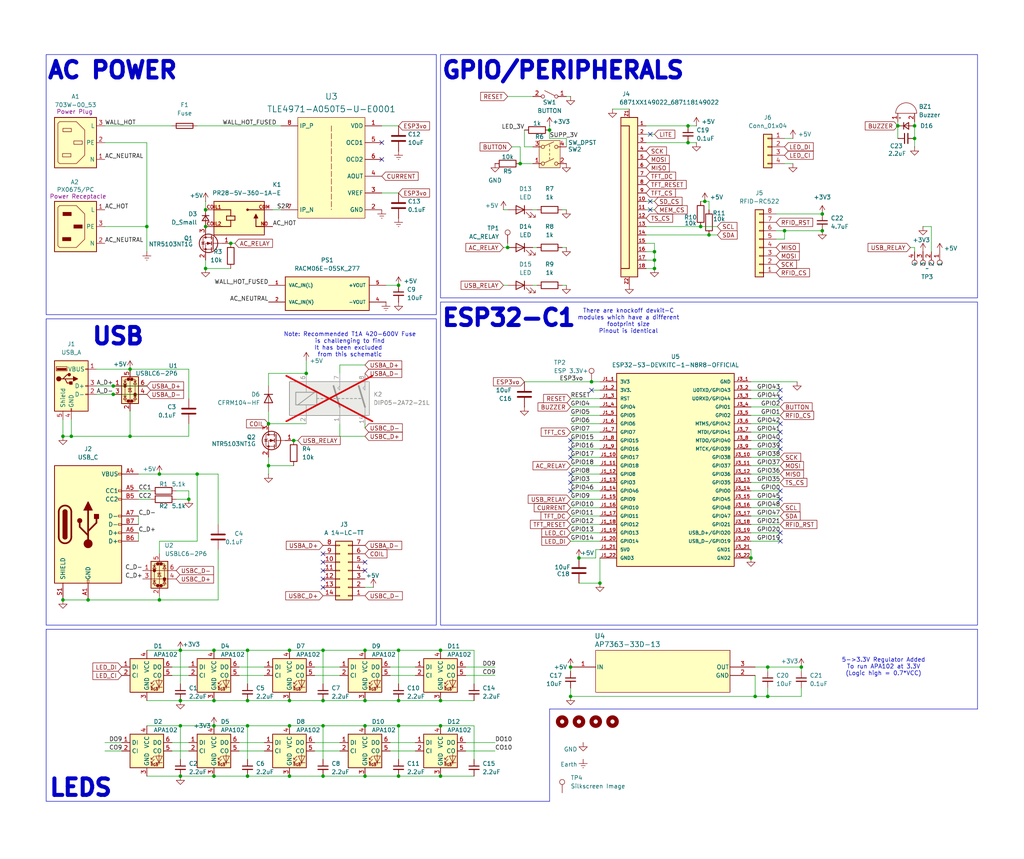
<source format=kicad_sch>
(kicad_sch (version 20250114) (generator "eeschema") (generator_version "9.0")
  (paper "User" 310 260)
  (title_block (title "PortalBox Project") (date "2025-10-25") (rev "V5.06") (company "Bucknell University | Electrical and Computer Engineering ") (comment 1 "Aiden Cherniske & Elisha Foster"))
  (rectangle (start 13.97 16.51) (end 132.08 95.25))
  (rectangle (start 13.97 96.52) (end 132.08 189.23))
  (rectangle (start 133.35 91.44) (end 295.91 189.23))
  (rectangle (start 133.35 16.51) (end 295.91 90.17))
  (text "5->3.3V Regulator Added\nTo run APA102 at 3.3V\n(Logic high = 0.7*VCC)" (at 267.462 201.93 0) (effects (font (size 1.27 1.27))))
  (text "AC POWER\n" (at 13.97 24.384 0) (effects (font (size 5 5) (thickness 1.2192) (bold yes)) (justify left bottom)))
  (text "ESP32-C1" (at 133.35 99.314 0) (effects (font (size 5 5) (thickness 1.2192) (bold yes)) (justify left bottom)))
  (text "GPIO/PERIPHERALS" (at 133.35 24.384 0) (effects (font (size 5 5) (thickness 1.2192) (bold yes)) (justify left bottom)))
  (text "LEDS\n" (at 14.478 241.554 0) (effects (font (size 5 5) (thickness 1.2192) (bold yes)) (justify left bottom)))
  (text "Note: Recommended T1A 420-600V Fuse\nis challenging to find\nIt has been excluded \nfrom this schematic" (at 105.918 104.394 0) (effects (font (size 1.27 1.27))))
  (text "USB\n" (at 27.432 104.902 0) (effects (font (size 5 5) (thickness 1.2192) (bold yes)) (justify left bottom)))
  (text "There are knockoff devkit-C\nmodules which have a different\nfootprint size\nPinout is identical" (at 190.246 97.282 0) (effects (font (size 1.27 1.27))))
  (junction (at 19.05 132.08))
  (junction (at 227.33 168.91))
  (junction (at 62.23 81.28))
  (junction (at 87.63 196.85))
  (junction (at 208.28 38.1))
  (junction (at 198.12 78.74))
  (junction (at 232.41 210.82))
  (junction (at 81.28 128.27))
  (junction (at 64.77 196.85))
  (junction (at 208.28 43.18))
  (junction (at 198.12 76.2))
  (junction (at 179.07 115.57))
  (junction (at 110.49 196.85))
  (junction (at 212.09 68.58))
  (junction (at 34.29 119.38))
  (junction (at 172.72 210.82))
  (junction (at 54.61 196.85))
  (junction (at 57.15 151.13))
  (junction (at 228.6 210.82))
  (junction (at 64.77 219.71))
  (junction (at 120.65 212.09))
  (junction (at 87.63 212.09))
  (junction (at 87.63 219.71))
  (junction (at 276.86 41.91))
  (junction (at 214.63 71.12))
  (junction (at 21.59 132.08))
  (junction (at 19.05 181.61))
  (junction (at 120.65 219.71))
  (junction (at 133.35 234.95))
  (junction (at 26.67 181.61))
  (junction (at 120.65 86.36))
  (junction (at 74.93 196.85))
  (junction (at 74.93 219.71))
  (junction (at 44.45 68.58))
  (junction (at 110.49 234.95))
  (junction (at 59.69 143.51))
  (junction (at 48.26 181.61))
  (junction (at 62.23 63.5))
  (junction (at 54.61 234.95))
  (junction (at 213.36 60.96))
  (junction (at 133.35 212.09))
  (junction (at 120.65 234.95))
  (junction (at 81.28 140.97))
  (junction (at 157.48 49.53))
  (junction (at 62.23 68.58))
  (junction (at 248.92 64.77))
  (junction (at 39.37 111.76))
  (junction (at 242.57 201.93))
  (junction (at 276.86 38.1))
  (junction (at 110.49 212.09))
  (junction (at 54.61 219.71))
  (junction (at 120.65 196.85))
  (junction (at 74.93 234.95))
  (junction (at 48.26 143.51))
  (junction (at 198.12 81.28))
  (junction (at 133.35 196.85))
  (junction (at 74.93 212.09))
  (junction (at 166.37 39.37))
  (junction (at 92.71 113.03))
  (junction (at 181.61 176.53))
  (junction (at 39.37 132.08))
  (junction (at 64.77 212.09))
  (junction (at 271.78 38.1))
  (junction (at 97.79 212.09))
  (junction (at 69.85 73.66))
  (junction (at 97.79 234.95))
  (junction (at 172.72 201.93))
  (junction (at 97.79 196.85))
  (junction (at 87.63 234.95))
  (junction (at 237.49 69.85))
  (junction (at 248.92 69.85))
  (junction (at 54.61 212.09))
  (junction (at 153.67 74.93))
  (junction (at 88.9 133.35))
  (junction (at 133.35 219.71))
  (junction (at 97.79 219.71))
  (junction (at 232.41 201.93))
  (junction (at 175.26 168.91))
  (junction (at 64.77 234.95))
  (junction (at 34.29 116.84))
  (junction (at 110.49 219.71))
  (no_connect (at 172.7628 143.51))
  (no_connect (at 97.79 172.72))
  (no_connect (at 179.07 118.11))
  (no_connect (at 172.72 135.89))
  (no_connect (at 110.49 172.72))
  (no_connect (at 196.85 63.5))
  (no_connect (at 236.22 163.83))
  (no_connect (at 115.57 43.18))
  (no_connect (at 97.79 177.8))
  (no_connect (at 196.85 40.64))
  (no_connect (at 110.49 170.18))
  (no_connect (at 97.79 175.26))
  (no_connect (at 172.72 133.35))
  (no_connect (at 115.57 48.26))
  (no_connect (at 97.79 167.64))
  (no_connect (at 236.22 161.29))
  (no_connect (at 172.72 138.43))
  (no_connect (at 172.72 146.05))
  (no_connect (at 236.22 135.89))
  (no_connect (at 172.72 148.59))
  (no_connect (at 236.22 120.65))
  (no_connect (at 97.79 170.18))
  (no_connect (at 236.22 128.27))
  (no_connect (at 236.22 133.35))
  (no_connect (at 236.22 148.59))
  (no_connect (at 236.22 130.81))
  (no_connect (at 236.22 118.11))
  (no_connect (at 196.85 60.96))
  (no_connect (at 236.22 151.13))
  (wire (pts (xy 87.63 212.09) (xy 97.79 212.09)))
  (wire (pts (xy 157.48 49.53) (xy 161.29 49.53)))
  (wire (pts (xy 54.61 219.71) (xy 64.77 219.71)))
  (wire (pts (xy 34.29 119.38) (xy 29.21 119.38)))
  (wire (pts (xy 152.4 74.93) (xy 153.67 74.93)))
  (wire (pts (xy 172.72 153.67) (xy 181.61 153.67)))
  (wire (pts (xy 19.05 132.08) (xy 19.05 127)))
  (wire (pts (xy 237.49 69.85) (xy 248.92 69.85)))
  (wire (pts (xy 120.65 86.36) (xy 116.84 86.36)))
  (wire (pts (xy 39.37 132.08) (xy 57.15 132.08)))
  (wire (pts (xy 195.58 38.1) (xy 208.28 38.1)))
  (wire (pts (xy 34.29 116.84) (xy 29.21 116.84)))
  (wire (pts (xy 29.21 111.76) (xy 39.37 111.76)))
  (wire (pts (xy 97.79 196.85) (xy 97.79 207.01)))
  (polyline (pts (xy 166.37 242.57) (xy 166.37 214.63)))
  (wire (pts (xy 172.72 151.13) (xy 181.61 151.13)))
  (wire (pts (xy 172.72 133.35) (xy 181.61 133.35)))
  (wire (pts (xy 113.03 177.8) (xy 110.49 177.8)))
  (wire (pts (xy 172.72 29.21) (xy 171.45 29.21)))
  (wire (pts (xy 64.77 219.71) (xy 74.93 219.71)))
  (wire (pts (xy 195.58 43.18) (xy 208.28 43.18)))
  (wire (pts (xy 140.97 204.47) (xy 149.86 204.47)))
  (wire (pts (xy 143.51 196.85) (xy 143.51 207.01)))
  (wire (pts (xy 214.63 63.5) (xy 214.63 60.96)))
  (wire (pts (xy 171.45 63.5) (xy 170.18 63.5)))
  (wire (pts (xy 172.72 128.27) (xy 181.61 128.27)))
  (wire (pts (xy 271.78 36.83) (xy 271.78 38.1)))
  (wire (pts (xy 158.75 44.45) (xy 161.29 44.45)))
  (wire (pts (xy 81.28 140.97) (xy 81.28 143.51)))
  (wire (pts (xy 161.29 29.21) (xy 153.67 29.21)))
  (wire (pts (xy 154.94 44.45) (xy 157.48 44.45)))
  (wire (pts (xy 172.72 210.82) (xy 228.6 210.82)))
  (wire (pts (xy 210.82 38.1) (xy 208.28 38.1)))
  (wire (pts (xy 172.72 158.75) (xy 181.61 158.75)))
  (wire (pts (xy 198.12 76.2) (xy 198.12 73.66)))
  (wire (pts (xy 118.11 201.93) (xy 125.73 201.93)))
  (wire (pts (xy 52.07 204.47) (xy 57.15 204.47)))
  (wire (pts (xy 57.15 111.76) (xy 57.15 120.65)))
  (wire (pts (xy 120.65 196.85) (xy 133.35 196.85)))
  (wire (pts (xy 81.28 140.97) (xy 88.9 140.97)))
  (wire (pts (xy 92.71 109.22) (xy 92.71 113.03)))
  (wire (pts (xy 57.15 227.33) (xy 52.07 227.33)))
  (wire (pts (xy 281.94 68.58) (xy 281.94 76.2)))
  (wire (pts (xy 236.22 118.11) (xy 227.33 118.11)))
  (wire (pts (xy 198.12 63.5) (xy 195.58 63.5)))
  (wire (pts (xy 232.41 210.82) (xy 228.6 210.82)))
  (wire (pts (xy 171.45 74.93) (xy 170.18 74.93)))
  (wire (pts (xy 195.58 81.28) (xy 198.12 81.28)))
  (wire (pts (xy 53.34 148.59) (xy 57.15 148.59)))
  (wire (pts (xy 82.55 63.5) (xy 85.09 63.5)))
  (wire (pts (xy 81.28 124.46) (xy 81.28 128.27)))
  (wire (pts (xy 71.12 73.66) (xy 69.85 73.66)))
  (wire (pts (xy 31.75 224.79) (xy 36.83 224.79)))
  (wire (pts (xy 74.93 219.71) (xy 74.93 229.87)))
  (wire (pts (xy 72.39 227.33) (xy 80.01 227.33)))
  (wire (pts (xy 227.33 115.57) (xy 241.3 115.57)))
  (wire (pts (xy 95.25 201.93) (xy 102.87 201.93)))
  (wire (pts (xy 87.63 234.95) (xy 97.79 234.95)))
  (wire (pts (xy 172.72 163.83) (xy 181.61 163.83)))
  (wire (pts (xy 172.72 146.05) (xy 181.61 146.05)))
  (wire (pts (xy 180.34 168.91) (xy 180.34 166.37)))
  (wire (pts (xy 120.65 234.95) (xy 133.35 234.95)))
  (wire (pts (xy 236.22 123.19) (xy 227.33 123.19)))
  (wire (pts (xy 120.65 58.42) (xy 115.57 58.42)))
  (wire (pts (xy 21.59 132.08) (xy 19.05 132.08)))
  (wire (pts (xy 143.51 219.71) (xy 143.51 229.87)))
  (wire (pts (xy 110.49 196.85) (xy 120.65 196.85)))
  (wire (pts (xy 185.42 33.02) (xy 190.5 33.02)))
  (wire (pts (xy 110.49 132.08) (xy 102.87 132.08)))
  (wire (pts (xy 214.63 60.96) (xy 213.36 60.96)))
  (wire (pts (xy 48.26 181.61) (xy 48.26 180.34)))
  (wire (pts (xy 66.04 143.51) (xy 66.04 158.75)))
  (wire (pts (xy 237.49 72.39) (xy 237.49 69.85)))
  (wire (pts (xy 175.26 168.91) (xy 180.34 168.91)))
  (wire (pts (xy 74.93 196.85) (xy 87.63 196.85)))
  (wire (pts (xy 180.34 166.37) (xy 181.61 166.37)))
  (wire (pts (xy 95.25 224.79) (xy 102.87 224.79)))
  (wire (pts (xy 236.22 148.59) (xy 227.33 148.59)))
  (wire (pts (xy 110.49 110.49) (xy 102.87 110.49)))
  (wire (pts (xy 227.33 166.37) (xy 227.33 168.91)))
  (wire (pts (xy 120.65 196.85) (xy 120.65 207.01)))
  (wire (pts (xy 181.61 148.59) (xy 172.72 148.59)))
  (wire (pts (xy 41.91 143.51) (xy 48.26 143.51)))
  (wire (pts (xy 212.09 68.58) (xy 217.17 68.58)))
  (wire (pts (xy 172.72 203.2) (xy 172.72 201.93)))
  (wire (pts (xy 74.93 196.85) (xy 74.93 207.01)))
  (wire (pts (xy 39.37 111.76) (xy 57.15 111.76)))
  (wire (pts (xy 34.29 119.38) (xy 44.45 119.38)))
  (wire (pts (xy 234.95 64.77) (xy 248.92 64.77)))
  (wire (pts (xy 158.75 115.57) (xy 179.07 115.57)))
  (wire (pts (xy 227.33 120.65) (xy 236.22 120.65)))
  (wire (pts (xy 133.35 196.85) (xy 143.51 196.85)))
  (wire (pts (xy 240.03 41.91) (xy 237.49 41.91)))
  (wire (pts (xy 172.72 120.65) (xy 181.61 120.65)))
  (wire (pts (xy 39.37 124.46) (xy 39.37 132.08)))
  (wire (pts (xy 198.12 73.66) (xy 195.58 73.66)))
  (wire (pts (xy 153.67 73.66) (xy 153.67 74.93)))
  (wire (pts (xy 54.61 196.85) (xy 54.61 207.01)))
  (wire (pts (xy 271.78 38.1) (xy 271.78 41.91)))
  (wire (pts (xy 242.57 201.93) (xy 242.57 203.2)))
  (wire (pts (xy 118.11 204.47) (xy 125.73 204.47)))
  (wire (pts (xy 232.41 201.93) (xy 232.41 203.2)))
  (wire (pts (xy 133.35 212.09) (xy 143.51 212.09)))
  (wire (pts (xy 120.65 219.71) (xy 120.65 229.87)))
  (wire (pts (xy 41.91 161.29) (xy 41.91 163.83)))
  (wire (pts (xy 198.12 81.28) (xy 198.12 78.74)))
  (wire (pts (xy 242.57 210.82) (xy 242.57 208.28)))
  (wire (pts (xy 234.95 72.39) (xy 237.49 72.39)))
  (wire (pts (xy 279.4 68.58) (xy 281.94 68.58)))
  (wire (pts (xy 236.22 140.97) (xy 227.33 140.97)))
  (wire (pts (xy 81.28 113.03) (xy 92.71 113.03)))
  (wire (pts (xy 54.61 212.09) (xy 64.77 212.09)))
  (wire (pts (xy 236.22 146.05) (xy 227.33 146.05)))
  (wire (pts (xy 57.15 148.59) (xy 57.15 151.13)))
  (wire (pts (xy 214.63 71.12) (xy 217.17 71.12)))
  (wire (pts (xy 171.45 86.36) (xy 170.18 86.36)))
  (wire (pts (xy 236.22 161.29) (xy 227.33 161.29)))
  (wire (pts (xy 62.23 81.28) (xy 69.85 81.28)))
  (wire (pts (xy 102.87 132.08) (xy 102.87 128.27)))
  (wire (pts (xy 276.86 74.93) (xy 276.86 76.2)))
  (wire (pts (xy 52.07 201.93) (xy 57.15 201.93)))
  (wire (pts (xy 275.59 74.93) (xy 276.86 74.93)))
  (wire (pts (xy 240.03 49.53) (xy 237.49 49.53)))
  (wire (pts (xy 152.4 86.36) (xy 153.67 86.36)))
  (wire (pts (xy 120.65 38.1) (xy 115.57 38.1)))
  (wire (pts (xy 276.86 38.1) (xy 276.86 41.91)))
  (wire (pts (xy 95.25 204.47) (xy 102.87 204.47)))
  (wire (pts (xy 62.23 81.28) (xy 62.23 78.74)))
  (wire (pts (xy 158.75 39.37) (xy 158.75 44.45)))
  (wire (pts (xy 72.39 224.79) (xy 80.01 224.79)))
  (wire (pts (xy 57.15 128.27) (xy 57.15 132.08)))
  (wire (pts (xy 45.72 148.59) (xy 41.91 148.59)))
  (wire (pts (xy 140.97 224.79) (xy 149.86 224.79)))
  (wire (pts (xy 171.45 44.45) (xy 171.45 41.91)))
  (wire (pts (xy 53.34 151.13) (xy 57.15 151.13)))
  (wire (pts (xy 74.93 219.71) (xy 87.63 219.71)))
  (wire (pts (xy 45.72 151.13) (xy 41.91 151.13)))
  (wire (pts (xy 162.56 63.5) (xy 161.29 63.5)))
  (wire (pts (xy 118.11 224.79) (xy 125.73 224.79)))
  (wire (pts (xy 228.6 204.47) (xy 228.6 210.82)))
  (wire (pts (xy 52.07 38.1) (xy 31.75 38.1)))
  (wire (pts (xy 72.39 204.47) (xy 80.01 204.47)))
  (wire (pts (xy 110.49 212.09) (xy 120.65 212.09)))
  (wire (pts (xy 236.22 151.13) (xy 227.33 151.13)))
  (wire (pts (xy 166.37 39.37) (xy 166.37 41.91)))
  (wire (pts (xy 110.49 219.71) (xy 120.65 219.71)))
  (wire (pts (xy 120.65 212.09) (xy 133.35 212.09)))
  (wire (pts (xy 87.63 219.71) (xy 97.79 219.71)))
  (wire (pts (xy 140.97 227.33) (xy 149.86 227.33)))
  (wire (pts (xy 242.57 201.93) (xy 232.41 201.93)))
  (wire (pts (xy 172.72 161.29) (xy 181.61 161.29)))
  (wire (pts (xy 74.93 212.09) (xy 87.63 212.09)))
  (wire (pts (xy 232.41 210.82) (xy 242.57 210.82)))
  (wire (pts (xy 19.05 181.61) (xy 26.67 181.61)))
  (polyline (pts (xy 166.37 214.63) (xy 295.91 214.63)))
  (polyline (pts (xy 295.91 214.63) (xy 295.91 190.5)))
  (wire (pts (xy 44.45 196.85) (xy 54.61 196.85)))
  (wire (pts (xy 172.72 135.89) (xy 181.61 135.89)))
  (wire (pts (xy 212.09 68.58) (xy 195.58 68.58)))
  (wire (pts (xy 31.75 227.33) (xy 36.83 227.33)))
  (polyline (pts (xy 13.97 190.5) (xy 295.91 190.5)))
  (wire (pts (xy 172.72 138.43) (xy 181.61 138.43)))
  (wire (pts (xy 236.22 128.27) (xy 227.33 128.27)))
  (wire (pts (xy 172.72 143.51) (xy 181.61 143.51)))
  (wire (pts (xy 110.49 129.54) (xy 110.49 128.27)))
  (wire (pts (xy 236.22 133.35) (xy 227.33 133.35)))
  (wire (pts (xy 198.12 40.64) (xy 195.58 40.64)))
  (wire (pts (xy 236.22 163.83) (xy 227.33 163.83)))
  (wire (pts (xy 64.77 196.85) (xy 74.93 196.85)))
  (wire (pts (xy 97.79 219.71) (xy 97.79 229.87)))
  (wire (pts (xy 236.22 153.67) (xy 227.33 153.67)))
  (wire (pts (xy 213.36 60.96) (xy 212.09 60.96)))
  (wire (pts (xy 181.61 168.91) (xy 181.61 176.53)))
  (wire (pts (xy 232.41 201.93) (xy 228.6 201.93)))
  (wire (pts (xy 74.93 234.95) (xy 87.63 234.95)))
  (wire (pts (xy 59.69 163.83) (xy 59.69 143.51)))
  (wire (pts (xy 208.28 43.18) (xy 210.82 43.18)))
  (wire (pts (xy 81.28 128.27) (xy 92.71 128.27)))
  (wire (pts (xy 171.45 41.91) (xy 166.37 41.91)))
  (wire (pts (xy 162.56 74.93) (xy 161.29 74.93)))
  (wire (pts (xy 87.63 196.85) (xy 97.79 196.85)))
  (wire (pts (xy 236.22 135.89) (xy 227.33 135.89)))
  (wire (pts (xy 64.77 234.95) (xy 74.93 234.95)))
  (wire (pts (xy 44.45 212.09) (xy 54.61 212.09)))
  (wire (pts (xy 64.77 212.09) (xy 74.93 212.09)))
  (wire (pts (xy 97.79 212.09) (xy 110.49 212.09)))
  (wire (pts (xy 44.45 43.18) (xy 44.45 68.58)))
  (wire (pts (xy 236.22 143.51) (xy 227.33 143.51)))
  (wire (pts (xy 172.72 125.73) (xy 181.61 125.73)))
  (wire (pts (xy 81.28 116.84) (xy 81.28 113.03)))
  (wire (pts (xy 172.72 208.28) (xy 172.72 210.82)))
  (wire (pts (xy 236.22 158.75) (xy 227.33 158.75)))
  (wire (pts (xy 236.22 156.21) (xy 227.33 156.21)))
  (wire (pts (xy 181.61 115.57) (xy 179.07 115.57)))
  (wire (pts (xy 198.12 78.74) (xy 198.12 76.2)))
  (wire (pts (xy 31.75 68.58) (xy 44.45 68.58)))
  (wire (pts (xy 166.37 38.1) (xy 166.37 39.37)))
  (wire (pts (xy 172.72 123.19) (xy 181.61 123.19)))
  (wire (pts (xy 54.61 196.85) (xy 64.77 196.85)))
  (wire (pts (xy 90.17 133.35) (xy 88.9 133.35)))
  (wire (pts (xy 172.72 140.97) (xy 181.61 140.97)))
  (wire (pts (xy 232.41 208.28) (xy 232.41 210.82)))
  (wire (pts (xy 59.69 38.1) (xy 85.09 38.1)))
  (wire (pts (xy 48.26 163.83) (xy 48.26 167.64)))
  (wire (pts (xy 110.49 234.95) (xy 120.65 234.95)))
  (wire (pts (xy 72.39 201.93) (xy 80.01 201.93)))
  (wire (pts (xy 21.59 132.08) (xy 39.37 132.08)))
  (wire (pts (xy 234.95 69.85) (xy 237.49 69.85)))
  (wire (pts (xy 62.23 60.96) (xy 62.23 63.5)))
  (wire (pts (xy 95.25 227.33) (xy 102.87 227.33)))
  (wire (pts (xy 59.69 143.51) (xy 66.04 143.51)))
  (polyline (pts (xy 13.97 190.5) (xy 13.97 242.57)))
  (wire (pts (xy 54.61 219.71) (xy 54.61 229.87)))
  (wire (pts (xy 236.22 138.43) (xy 227.33 138.43)))
  (wire (pts (xy 66.04 166.37) (xy 66.04 181.61)))
  (wire (pts (xy 34.29 116.84) (xy 44.45 116.84)))
  (polyline (pts (xy 13.97 242.57) (xy 166.37 242.57)))
  (wire (pts (xy 81.28 138.43) (xy 81.28 140.97)))
  (wire (pts (xy 48.26 181.61) (xy 66.04 181.61)))
  (wire (pts (xy 236.22 125.73) (xy 227.33 125.73)))
  (wire (pts (xy 195.58 71.12) (xy 214.63 71.12)))
  (wire (pts (xy 97.79 196.85) (xy 110.49 196.85)))
  (wire (pts (xy 118.11 227.33) (xy 125.73 227.33)))
  (wire (pts (xy 195.58 76.2) (xy 198.12 76.2)))
  (wire (pts (xy 181.61 118.11) (xy 179.07 118.11)))
  (wire (pts (xy 44.45 234.95) (xy 54.61 234.95)))
  (wire (pts (xy 162.56 86.36) (xy 161.29 86.36)))
  (wire (pts (xy 152.4 63.5) (xy 153.67 63.5)))
  (wire (pts (xy 57.15 224.79) (xy 52.07 224.79)))
  (wire (pts (xy 102.87 110.49) (xy 102.87 113.03)))
  (wire (pts (xy 26.67 181.61) (xy 48.26 181.61)))
  (wire (pts (xy 140.97 201.93) (xy 149.86 201.93)))
  (wire (pts (xy 195.58 60.96) (xy 198.12 60.96)))
  (wire (pts (xy 276.86 41.91) (xy 276.86 44.45)))
  (wire (pts (xy 41.91 156.21) (xy 41.91 158.75)))
  (wire (pts (xy 44.45 43.18) (xy 31.75 43.18)))
  (wire (pts (xy 48.26 143.51) (xy 59.69 143.51)))
  (wire (pts (xy 157.48 44.45) (xy 157.48 49.53)))
  (wire (pts (xy 195.58 78.74) (xy 198.12 78.74)))
  (wire (pts (xy 133.35 234.95) (xy 143.51 234.95)))
  (wire (pts (xy 236.22 130.81) (xy 227.33 130.81)))
  (wire (pts (xy 120.65 219.71) (xy 133.35 219.71)))
  (wire (pts (xy 133.35 219.71) (xy 143.51 219.71)))
  (wire (pts (xy 97.79 234.95) (xy 110.49 234.95)))
  (wire (pts (xy 172.72 156.21) (xy 181.61 156.21)))
  (wire (pts (xy 54.61 234.95) (xy 64.77 234.95)))
  (wire (pts (xy 175.26 176.53) (xy 181.61 176.53)))
  (wire (pts (xy 44.45 219.71) (xy 54.61 219.71)))
  (wire (pts (xy 276.86 36.83) (xy 276.86 38.1)))
  (wire (pts (xy 48.26 163.83) (xy 59.69 163.83)))
  (wire (pts (xy 21.59 127) (xy 21.59 132.08)))
  (wire (pts (xy 44.45 68.58) (xy 44.45 76.2)))
  (wire (pts (xy 172.72 130.81) (xy 181.61 130.81)))
  (wire (pts (xy 97.79 219.71) (xy 110.49 219.71)))
  (label "CO9" (at 33.02 227.33 0))
  (label "C_D-" (at 43.18 172.72 180))
  (label "GPIO6" (at 172.72 128.27 0))
  (label "GPIO2" (at 236.22 123.19 180))
  (label "GPIO48" (at 236.22 153.67 180))
  (label "A_D+" (at 29.21 116.84 0))
  (label "WALL_HOT_FUSED" (at 81.28 86.36 180))
  (label "GPIO18" (at 172.72 140.97 0))
  (label "AC_NEUTRAL" (at 31.75 73.66 0))
  (label "GPIO19" (at 236.22 163.83 180))
  (label "GPIO9" (at 172.72 151.13 0))
  (label "GPIO46" (at 172.72 148.59 0))
  (label "GPIO1" (at 236.22 125.73 180))
  (label "GPIO39" (at 236.22 135.89 180))
  (label "GPIO5" (at 172.72 125.73 0))
  (label "AC_HOT" (at 31.75 63.5 0))
  (label "GPIO4" (at 172.72 123.19 0))
  (label "GPIO43" (at 236.22 118.11 180))
  (label "C_D-" (at 41.91 156.21 0))
  (label "LED_3V" (at 158.75 39.37 180))
  (label "GPIO44" (at 236.22 120.65 180))
  (label "RESET" (at 172.72 120.65 0))
  (label "GPIO38" (at 236.22 138.43 180))
  (label "A_D-" (at 29.21 119.38 0))
  (label "GPIO37" (at 236.22 140.97 180))
  (label "WALL_HOT_FUSED" (at 67.31 38.1 0))
  (label "GPIO15" (at 172.72 133.35 0))
  (label "CC2" (at 41.91 151.13 0))
  (label "GPIO7" (at 172.72 130.81 0))
  (label "DO9" (at 33.02 224.79 0))
  (label "GPIO12" (at 172.72 158.75 0))
  (label "C_D+" (at 41.91 161.29 0))
  (label "GPIO14" (at 172.72 163.83 0))
  (label "GPIO45" (at 236.22 151.13 180))
  (label "GPIO47" (at 236.22 156.21 180))
  (label "GPIO11" (at 172.72 156.21 0))
  (label "GPIO20" (at 236.22 161.29 180))
  (label "AC_NEUTRAL" (at 81.28 91.44 180))
  (label "GPIO21" (at 236.22 158.75 180))
  (label "S2R" (at 83.82 63.5 0))
  (label "GPIO41" (at 236.22 130.81 180))
  (label "GPIO36" (at 236.22 143.51 180))
  (label "GPIO0" (at 236.22 148.59 180))
  (label "GPIO35" (at 236.22 146.05 180))
  (label "GPIO10" (at 172.72 153.67 0))
  (label "CO10" (at 149.86 227.33 0))
  (label "GPIO8" (at 172.72 143.51 0))
  (label "SUPP_3V" (at 166.37 41.91 0))
  (label "CO9" (at 146.05 204.47 0))
  (label "GPIO40" (at 236.22 133.35 180))
  (label "DO10" (at 149.86 224.79 0))
  (label "AC_HOT" (at 82.55 68.58 0))
  (label "ESP3vo" (at 176.53 115.57 180))
  (label "DO9" (at 146.05 201.93 0))
  (label "GPIO3" (at 172.72 146.05 0))
  (label "WALL_HOT" (at 31.75 38.1 0))
  (label "GPIO16" (at 172.72 135.89 0))
  (label "AC_NEUTRAL" (at 31.75 48.26 0))
  (label "GPIO17" (at 172.72 138.43 0))
  (label "C_D+" (at 43.18 175.26 180))
  (label "CC1" (at 41.91 148.59 0))
  (label "GPIO13" (at 172.72 161.29 0))
  (label "GPIO42" (at 236.22 128.27 180))
  (global_label "ESP3vo" (shape input) (at 120.65 38.1 0) (property "Intersheetrefs" "${INTERSHEET_REFS}" (effects (hide yes))))
  (global_label "RFID_RST" (shape input) (at 236.22 158.75 0) (property "Intersheetrefs" "${INTERSHEET_REFS}" (effects (hide yes))))
  (global_label "MOSI" (shape input) (at 236.22 140.97 0) (property "Intersheetrefs" "${INTERSHEET_REFS}" (effects (hide yes))))
  (global_label "MEM_CS" (shape input) (at 198.12 63.5 0) (property "Intersheetrefs" "${INTERSHEET_REFS}" (effects (hide yes))))
  (global_label "USBC_D+" (shape input) (at 110.49 132.08 0) (property "Intersheetrefs" "${INTERSHEET_REFS}" (effects (hide yes))))
  (global_label "USB_RELAY" (shape input) (at 90.17 133.35 0) (property "Intersheetrefs" "${INTERSHEET_REFS}" (effects (hide yes))))
  (global_label "TFT_DC" (shape input) (at 195.58 53.34 0) (property "Intersheetrefs" "${INTERSHEET_REFS}" (effects (hide yes))))
  (global_label "USBA_D+" (shape input) (at 97.79 165.1 180) (property "Intersheetrefs" "${INTERSHEET_REFS}" (effects (hide yes))))
  (global_label "USBA_D+" (shape input) (at 44.45 116.84 0) (property "Intersheetrefs" "${INTERSHEET_REFS}" (effects (hide yes))))
  (global_label "RFID_CS" (shape input) (at 234.95 82.55 0) (property "Intersheetrefs" "${INTERSHEET_REFS}" (effects (hide yes))))
  (global_label "AC_RELAY" (shape input) (at 152.4 74.93 180) (property "Intersheetrefs" "${INTERSHEET_REFS}" (effects (hide yes))))
  (global_label "LED_DI" (shape input) (at 36.83 201.93 180) (property "Intersheetrefs" "${INTERSHEET_REFS}" (effects (hide yes))))
  (global_label "BUTTON" (shape input) (at 236.22 123.19 0) (property "Intersheetrefs" "${INTERSHEET_REFS}" (effects (hide yes))))
  (global_label "AC_RELAY" (shape input) (at 71.12 73.66 0) (property "Intersheetrefs" "${INTERSHEET_REFS}" (effects (hide yes))))
  (global_label "CURRENT" (shape input) (at 115.57 53.34 0) (property "Intersheetrefs" "${INTERSHEET_REFS}" (effects (hide yes))))
  (global_label "SCL" (shape input) (at 236.22 153.67 0) (property "Intersheetrefs" "${INTERSHEET_REFS}" (effects (hide yes))))
  (global_label "USBA_D-" (shape input) (at 110.49 113.03 0) (property "Intersheetrefs" "${INTERSHEET_REFS}" (effects (hide yes))))
  (global_label "USBC_D-" (shape input) (at 110.49 180.34 0) (property "Intersheetrefs" "${INTERSHEET_REFS}" (effects (hide yes))))
  (global_label "COIL" (shape input) (at 110.49 167.64 0) (property "Intersheetrefs" "${INTERSHEET_REFS}" (effects (hide yes))))
  (global_label "LED_CI" (shape input) (at 237.49 46.99 0) (property "Intersheetrefs" "${INTERSHEET_REFS}" (effects (hide yes))))
  (global_label "LITE" (shape input) (at 198.12 40.64 0) (property "Intersheetrefs" "${INTERSHEET_REFS}" (effects (hide yes))))
  (global_label "LED_DI" (shape input) (at 172.72 163.83 180) (property "Intersheetrefs" "${INTERSHEET_REFS}" (effects (hide yes))))
  (global_label "TFT_RESET" (shape input) (at 195.58 55.88 0) (property "Intersheetrefs" "${INTERSHEET_REFS}" (effects (hide yes))))
  (global_label "LED_CI" (shape input) (at 172.72 161.29 180) (property "Intersheetrefs" "${INTERSHEET_REFS}" (effects (hide yes))))
  (global_label "MISO" (shape input) (at 195.58 50.8 0) (property "Intersheetrefs" "${INTERSHEET_REFS}" (effects (hide yes))))
  (global_label "USB_RELAY" (shape input) (at 172.72 151.13 180) (property "Intersheetrefs" "${INTERSHEET_REFS}" (effects (hide yes))))
  (global_label "MISO" (shape input) (at 234.95 74.93 0) (property "Intersheetrefs" "${INTERSHEET_REFS}" (effects (hide yes))))
  (global_label "USBC_D-" (shape input) (at 110.49 129.54 0) (property "Intersheetrefs" "${INTERSHEET_REFS}" (effects (hide yes))))
  (global_label "USB_RELAY" (shape input) (at 152.4 86.36 180) (property "Intersheetrefs" "${INTERSHEET_REFS}" (effects (hide yes))))
  (global_label "LED_DI" (shape input) (at 237.49 44.45 0) (property "Intersheetrefs" "${INTERSHEET_REFS}" (effects (hide yes))))
  (global_label "SDA" (shape input) (at 217.17 71.12 0) (property "Intersheetrefs" "${INTERSHEET_REFS}" (effects (hide yes))))
  (global_label "USBC_D+" (shape input) (at 53.34 175.26 0) (property "Intersheetrefs" "${INTERSHEET_REFS}" (effects (hide yes))))
  (global_label "RESET" (shape input) (at 153.67 29.21 180) (property "Intersheetrefs" "${INTERSHEET_REFS}" (effects (hide yes))))
  (global_label "USBC_D+" (shape input) (at 97.79 180.34 180) (property "Intersheetrefs" "${INTERSHEET_REFS}" (effects (hide yes))))
  (global_label "SCL" (shape input) (at 217.17 68.58 0) (property "Intersheetrefs" "${INTERSHEET_REFS}" (effects (hide yes))))
  (global_label "RESET" (shape input) (at 172.72 120.65 180) (property "Intersheetrefs" "${INTERSHEET_REFS}" (effects (hide yes))))
  (global_label "MOSI" (shape input) (at 234.95 77.47 0) (property "Intersheetrefs" "${INTERSHEET_REFS}" (effects (hide yes))))
  (global_label "TFT_RESET" (shape input) (at 172.72 158.75 180) (property "Intersheetrefs" "${INTERSHEET_REFS}" (effects (hide yes))))
  (global_label "SDA" (shape input) (at 236.22 156.21 0) (property "Intersheetrefs" "${INTERSHEET_REFS}" (effects (hide yes))))
  (global_label "ESP3vo" (shape input) (at 158.75 115.57 180) (property "Intersheetrefs" "${INTERSHEET_REFS}" (effects (hide yes))))
  (global_label "RFID_RST" (shape input) (at 234.95 67.31 0) (property "Intersheetrefs" "${INTERSHEET_REFS}" (effects (hide yes))))
  (global_label "USBA_D+" (shape input) (at 110.49 110.49 0) (property "Intersheetrefs" "${INTERSHEET_REFS}" (effects (hide yes))))
  (global_label "SCK" (shape input) (at 236.22 138.43 0) (property "Intersheetrefs" "${INTERSHEET_REFS}" (effects (hide yes))))
  (global_label "BUZZER" (shape input) (at 172.72 123.19 180) (property "Intersheetrefs" "${INTERSHEET_REFS}" (effects (hide yes))))
  (global_label "USB_RELAY" (shape input) (at 275.59 74.93 180) (property "Intersheetrefs" "${INTERSHEET_REFS}" (effects (hide yes))))
  (global_label "LED_CI" (shape input) (at 36.83 204.47 180) (property "Intersheetrefs" "${INTERSHEET_REFS}" (effects (hide yes))))
  (global_label "SCK" (shape input) (at 234.95 80.01 0) (property "Intersheetrefs" "${INTERSHEET_REFS}" (effects (hide yes))))
  (global_label "COIL" (shape input) (at 81.28 128.27 180) (property "Intersheetrefs" "${INTERSHEET_REFS}" (effects (hide yes))))
  (global_label "TFT_CS" (shape input) (at 195.58 58.42 0) (property "Intersheetrefs" "${INTERSHEET_REFS}" (effects (hide yes))))
  (global_label "BUZZER" (shape input) (at 271.78 38.1 180) (property "Intersheetrefs" "${INTERSHEET_REFS}" (effects (hide yes))))
  (global_label "RFID_CS" (shape input) (at 236.22 125.73 0) (property "Intersheetrefs" "${INTERSHEET_REFS}" (effects (hide yes))))
  (global_label "AC_RELAY" (shape input) (at 172.72 140.97 180) (property "Intersheetrefs" "${INTERSHEET_REFS}" (effects (hide yes))))
  (global_label "TFT_DC" (shape input) (at 172.72 156.21 180) (property "Intersheetrefs" "${INTERSHEET_REFS}" (effects (hide yes))))
  (global_label "SCK" (shape input) (at 195.58 45.72 0) (property "Intersheetrefs" "${INTERSHEET_REFS}" (effects (hide yes))))
  (global_label "CURRENT" (shape input) (at 172.72 153.67 180) (property "Intersheetrefs" "${INTERSHEET_REFS}" (effects (hide yes))))
  (global_label "TS_CS" (shape input) (at 195.58 66.04 0) (property "Intersheetrefs" "${INTERSHEET_REFS}" (effects (hide yes))))
  (global_label "BUTTON" (shape input) (at 154.94 44.45 180) (property "Intersheetrefs" "${INTERSHEET_REFS}" (effects (hide yes))))
  (global_label "USBA_D-" (shape input) (at 110.49 165.1 0) (property "Intersheetrefs" "${INTERSHEET_REFS}" (effects (hide yes))))
  (global_label "USBA_D-" (shape input) (at 44.45 119.38 0) (property "Intersheetrefs" "${INTERSHEET_REFS}" (effects (hide yes))))
  (global_label "TS_CS" (shape input) (at 236.22 146.05 0) (property "Intersheetrefs" "${INTERSHEET_REFS}" (effects (hide yes))))
  (global_label "TFT_CS" (shape input) (at 172.72 130.81 180) (property "Intersheetrefs" "${INTERSHEET_REFS}" (effects (hide yes))))
  (global_label "MOSI" (shape input) (at 195.58 48.26 0) (property "Intersheetrefs" "${INTERSHEET_REFS}" (effects (hide yes))))
  (global_label "SD_CS" (shape input) (at 198.12 60.96 0) (property "Intersheetrefs" "${INTERSHEET_REFS}" (effects (hide yes))))
  (global_label "ESP3vo" (shape input) (at 120.65 58.42 0) (property "Intersheetrefs" "${INTERSHEET_REFS}" (effects (hide yes))))
  (global_label "MISO" (shape input) (at 236.22 143.51 0) (property "Intersheetrefs" "${INTERSHEET_REFS}" (effects (hide yes))))
  (global_label "USBC_D-" (shape input) (at 53.34 172.72 0) (property "Intersheetrefs" "${INTERSHEET_REFS}" (effects (hide yes))))
  (symbol (lib_id "power:GND") (at 198.12 81.28 0) (mirror y) (unit 1)
    (property "Reference" "#PWR041" (effects (hide yes)))
    (property "Value" "GND" (effects (hide yes)))
    (property "Description" "Power symbol creates a global label with name \"GND\" , ground" (effects (hide yes)))
  )
  (symbol (lib_id "power:GND") (at 54.61 234.95 0) (mirror y) (unit 1)
    (property "Reference" "#PWR08" (effects (hide yes)))
    (property "Value" "GND" (effects (hide yes)))
    (property "Description" "Power symbol creates a global label with name \"GND\" , ground" (effects (hide yes)))
  )
  (symbol (lib_id "Portal Box:IEC_60320_C14_Receptacle") (at 22.86 68.58 0) (unit 1)
    (property "Reference" "A2" (at 22.606 55.118 0))
    (property "Value" "PX0675/PC" (at 22.86 57.404 0))
    (property "Footprint" "portalbox:BULGIN_PX0675_PC" (effects (hide yes)))
    (property "Description" "Power Receptacle" (at 23.622 59.436 0))
  )
  (symbol (lib_id "power:GND") (at 149.86 49.53 0) (mirror y) (unit 1)
    (property "Reference" "#PWR024" (effects (hide yes)))
    (property "Value" "GND" (at 149.86 54.61 0))
    (property "Description" "Power symbol creates a global label with name \"GND\" , ground" (effects (hide yes)))
  )
  (symbol (lib_id "power:GND") (at 171.45 86.36 0) (mirror y) (unit 1)
    (property "Reference" "#PWR031" (effects (hide yes)))
    (property "Value" "GND" (effects (hide yes)))
    (property "Description" "Power symbol creates a global label with name \"GND\" , ground" (effects (hide yes)))
  )
  (symbol (lib_id "LED:APA102") (at 110.49 227.33 0) (unit 1)
    (property "Reference" "D10" (at 112.522 218.44 0) (effects (justify left)))
    (property "Value" "APA102" (at 112.522 220.98 0) (effects (justify left)))
    (property "Footprint" "LED_SMD:LED_RGB_5050-6" (effects (hide yes)))
    (property "Datasheet" "http://www.led-color.com/upload/201506/APA102%20LED.pdf" (effects (hide yes)))
    (property "Description" "RGB LED with integrated controller" (effects (hide yes)))
  )
  (symbol (lib_id "power:Earth") (at 176.53 229.87 0) (unit 1)
    (property "Reference" "#PWR037" (effects (hide yes)))
    (property "Value" "Earth" (at 172.212 231.394 0))
    (property "Description" "Power symbol creates a global label with name \"Earth\"" (effects (hide yes)))
  )
  (symbol (lib_id "Device:C_Small") (at 208.28 40.64 0) (unit 1)
    (property "Reference" "C19" (at 210.82 39.3762 0) (effects (justify left)))
    (property "Value" "0.1uF" (at 210.82 41.9162 0) (effects (justify left)))
    (property "Footprint" "Capacitor_SMD:C_0805_2012Metric" (effects (hide yes)))
    (property "Description" "Unpolarized capacitor, small symbol" (effects (hide yes)))
  )
  (symbol (lib_id "Transistor_FET:DMN6140L") (at 83.82 133.35 0) (mirror y) (unit 1)
    (property "Reference" "Q2" (at 77.47 132.334 0) (effects (justify left)))
    (property "Value" "NTR5103NT1G" (at 77.47 134.3661 0) (effects (justify left)))
    (property "Footprint" "Package_TO_SOT_SMD:SOT-23" (effects (hide yes)))
    (property "Datasheet" "http://www.diodes.com/assets/Datasheets/DMN6140L.pdf" (effects (hide yes)))
    (property "Description" "NMOS Transistor" (effects (hide yes)))
  )
  (symbol (lib_id "Device:LED") (at 157.48 74.93 0) (mirror y) (unit 1)
    (property "Reference" "D14" (at 159.0675 68.58 0))
    (property "Value" "LED" (at 159.0675 71.12 0))
    (property "Footprint" "portalbox:WL-SMTW_3528" (effects (hide yes)))
    (property "Description" "Light emitting diode" (effects (hide yes)))
    (property "Sim.Pins" "1=K 2=A" (effects (hide yes)))
  )
  (symbol (lib_id "Device:C") (at 175.26 172.72 180) (unit 1)
    (property "Reference" "C18" (at 172.466 173.736 0) (effects (justify left)))
    (property "Value" "10uF" (at 172.72 171.704 0) (effects (justify left)))
    (property "Footprint" "Capacitor_SMD:C_0805_2012Metric" (effects (hide yes)))
    (property "Description" "Unpolarized capacitor" (effects (hide yes)))
  )
  (symbol (lib_id "power:GND") (at 57.15 151.13 0) (unit 1)
    (property "Reference" "#PWR09" (effects (hide yes)))
    (property "Value" "GND" (effects (hide yes)))
    (property "Description" "Power symbol creates a global label with name \"GND\" , ground" (effects (hide yes)))
  )
  (symbol (lib_id "power:GND") (at 279.4 68.58 0) (unit 1)
    (property "Reference" "#PWR053" (effects (hide yes)))
    (property "Value" "GND" (effects (hide yes)))
    (property "Description" "Power symbol creates a global label with name \"GND\" , ground" (effects (hide yes)))
  )
  (symbol (lib_id "Device:C") (at 120.65 62.23 0) (unit 1)
    (property "Reference" "C13" (at 123.444 60.96 0) (effects (justify left)))
    (property "Value" "0.1uF" (at 123.444 63.5 0) (effects (justify left)))
    (property "Footprint" "Capacitor_SMD:C_0805_2012Metric" (effects (hide yes)))
    (property "Description" "Unpolarized capacitor" (effects (hide yes)))
  )
  (symbol (lib_id "power:+5V") (at 48.26 143.51 0) (unit 1)
    (property "Reference" "#PWR05" (effects (hide yes)))
    (property "Value" "+5V" (at 45.212 141.986 0))
    (property "Description" "Power symbol creates a global label with name \"+5V\"" (effects (hide yes)))
  )
  (symbol (lib_id "Device:C_Small") (at 143.51 232.41 0) (unit 1)
    (property "Reference" "C15" (at 146.05 231.1462 0) (effects (justify left)))
    (property "Value" "2.2uF" (at 146.05 233.6862 0) (effects (justify left)))
    (property "Footprint" "Capacitor_SMD:C_0805_2012Metric" (effects (hide yes)))
    (property "Description" "Unpolarized capacitor, small symbol" (effects (hide yes)))
  )
  (symbol (lib_id "power:GND") (at 19.05 132.08 0) (unit 1)
    (property "Reference" "#PWR01" (effects (hide yes)))
    (property "Value" "GND" (effects (hide yes)))
    (property "Description" "Power symbol creates a global label with name \"GND\" , ground" (effects (hide yes)))
  )
  (symbol (lib_id "Device:C") (at 158.75 119.38 180) (unit 1)
    (property "Reference" "C16" (at 154.94 120.6501 0) (effects (justify left)))
    (property "Value" "10uF" (at 154.94 118.1101 0) (effects (justify left)))
    (property "Footprint" "Capacitor_SMD:C_0805_2012Metric" (effects (hide yes)))
    (property "Description" "Unpolarized capacitor" (effects (hide yes)))
  )
  (symbol (lib_id "Relay:DIPxx-2Axx-21x") (at 100.33 120.65 0) (unit 1) (exclude_from_sim yes) (on_board no) (dnp yes)
    (property "Reference" "K2" (at 113.03 119.3799 0) (effects (justify left)))
    (property "Value" "DIP05-2A72-21L" (at 113.03 121.9199 0) (effects (justify left)))
    (property "Footprint" "Relay_THT:Relay_StandexMeder_DIP_LowProfile" (effects (hide yes)))
    (property "Datasheet" "https://standexelectronics.com/wp-content/uploads/datasheet_reed_relay_DIP.pdf" (effects (hide yes)))
    (property "Description" "Standex Meder DIP reed relay, DPST, Closing Contacts" (effects (hide yes)))
  )
  (symbol (lib_id "Device:R") (at 88.9 137.16 180) (unit 1)
    (property "Reference" "R4" (at 91.44 135.8899 0) (effects (justify right)))
    (property "Value" "10k" (at 91.44 138.4299 0) (effects (justify right)))
    (property "Footprint" "Resistor_SMD:R_0805_2012Metric" (effects (hide yes)))
  )
  (symbol (lib_id "Connector_Generic:Conn_01x04") (at 232.41 44.45 0) (mirror y) (unit 1)
    (property "Reference" "J6" (at 232.41 35.56 0))
    (property "Value" "Conn_01x04" (at 232.41 38.1 0))
    (property "Footprint" "Connector_PinHeader_2.54mm:PinHeader_1x04_P2.54mm_Vertical" (effects (hide yes)))
    (property "Description" "Generic connector, single row, 01x04, script generated (kicad-library-utils/schlib/autogen/connector/)" (effects (hide yes)))
  )
  (symbol (lib_id "power:Earth") (at 116.84 91.44 0) (unit 1)
    (property "Reference" "#PWR017" (effects (hide yes)))
    (property "Value" "Earth" (effects (hide yes)))
    (property "Description" "Power symbol creates a global label with name \"Earth\"" (effects (hide yes)))
  )
  (symbol (lib_id "LED:APA102") (at 44.45 227.33 0) (unit 1)
    (property "Reference" "D2" (at 46.482 218.44 0) (effects (justify left)))
    (property "Value" "APA102" (at 46.482 220.98 0) (effects (justify left)))
    (property "Footprint" "LED_SMD:LED_RGB_5050-6" (effects (hide yes)))
    (property "Datasheet" "http://www.led-color.com/upload/201506/APA102%20LED.pdf" (effects (hide yes)))
    (property "Description" "RGB LED with integrated controller" (effects (hide yes)))
  )
  (symbol (lib_id "LED:APA102") (at 133.35 204.47 0) (unit 1)
    (property "Reference" "D11" (at 135.382 195.58 0) (effects (justify left)))
    (property "Value" "APA102" (at 135.382 198.12 0) (effects (justify left)))
    (property "Footprint" "LED_SMD:LED_RGB_5050-6" (effects (hide yes)))
    (property "Datasheet" "http://www.led-color.com/upload/201506/APA102%20LED.pdf" (effects (hide yes)))
    (property "Description" "RGB LED with integrated controller" (effects (hide yes)))
  )
  (symbol (lib_id "Device:R") (at 162.56 39.37 270) (mirror x) (unit 1)
    (property "Reference" "R6" (at 163.322 41.402 90))
    (property "Value" "1k" (at 162.56 37.338 90))
    (property "Footprint" "Resistor_SMD:R_0805_2012Metric" (effects (hide yes)))
  )
  (symbol (lib_id "power:+5V") (at 284.48 76.2 0) (unit 1)
    (property "Reference" "#PWR055" (effects (hide yes)))
    (property "Value" "+5V" (at 287.782 75.184 0))
    (property "Description" "Power symbol creates a global label with name \"+5V\"" (effects (hide yes)))
  )
  (symbol (lib_id "power:+3V3") (at 54.61 196.85 0) (mirror y) (unit 1)
    (property "Reference" "#PWR06" (effects (hide yes)))
    (property "Value" "+3V3" (at 57.912 195.072 0))
    (property "Description" "Power symbol creates a global label with name \"+3V3\"" (effects (hide yes)))
  )
  (symbol (lib_id "power:+5V") (at 120.65 86.36 0) (unit 1)
    (property "Reference" "#PWR018" (effects (hide yes)))
    (property "Value" "+5V" (at 124.206 85.09 0))
    (property "Description" "Power symbol creates a global label with name \"+5V\"" (effects (hide yes)))
  )
  (symbol (lib_id "Switch:SW_SPST") (at 166.37 29.21 0) (mirror y) (unit 1)
    (property "Reference" "SW1" (at 166.37 30.988 0))
    (property "Value" "BUTTON" (at 166.37 33.528 0))
    (property "Footprint" "portalbox:SW_TL3336AF160Q" (effects (hide yes)))
    (property "Description" "Single Pole Single Throw (SPST) switch" (effects (hide yes)))
  )
  (symbol (lib_id "Switch:SW_DPST") (at 166.37 46.99 0) (unit 1) (in_bom no)
    (property "Reference" "SW2" (at 173.99 45.212 0))
    (property "Value" "SW_DPST" (at 176.276 43.18 0))
    (property "Footprint" "Connector_PinHeader_2.54mm:PinHeader_1x04_P2.54mm_Vertical" (effects (hide yes)))
    (property "Description" "Double Pole Single Throw (DPST) Switch" (effects (hide yes)))
  )
  (symbol (lib_id "Device:C_Small") (at 172.72 205.74 0) (mirror y) (unit 1)
    (property "Reference" "C17" (at 170.18 204.4762 0) (effects (justify left)))
    (property "Value" "10uF" (at 170.18 207.0162 0) (effects (justify left)))
    (property "Footprint" "Capacitor_SMD:C_0805_2012Metric" (effects (hide yes)))
    (property "Description" "Unpolarized capacitor, small symbol" (effects (hide yes)))
  )
  (symbol (lib_id "power:+5V") (at 172.72 201.93 0) (mirror y) (unit 1)
    (property "Reference" "#PWR033" (effects (hide yes)))
    (property "Value" "+5V" (at 169.672 201.93 0))
    (property "Description" "Power symbol creates a global label with name \"+5V\"" (effects (hide yes)))
  )
  (symbol (lib_id "Device:D_Small") (at 274.32 38.1 0) (unit 1)
    (property "Reference" "D16" (at 282.448 38.1 0) (effects (justify right)))
    (property "Value" "D_Small" (effects (hide yes)))
    (property "Footprint" "Diode_SMD:D_SOD-123" (effects (hide yes)))
    (property "Description" "Diode, small symbol" (effects (hide yes)))
    (property "Sim.Device" "D" (effects (hide yes)))
    (property "Sim.Pins" "1=K 2=A" (effects (hide yes)))
  )
  (symbol (lib_id "power:+5V") (at 92.71 109.22 0) (unit 1)
    (property "Reference" "#PWR014" (effects (hide yes)))
    (property "Value" "+5V" (at 95.758 109.22 0))
    (property "Description" "Power symbol creates a global label with name \"+5V\"" (effects (hide yes)))
  )
  (symbol (lib_id "Device:R") (at 166.37 74.93 90) (unit 1)
    (property "Reference" "R8" (at 166.37 68.58 90))
    (property "Value" "1k" (at 166.37 71.12 90))
    (property "Footprint" "Resistor_SMD:R_0805_2012Metric" (effects (hide yes)))
    (property "Description" "Resistor" (effects (hide yes)))
  )
  (symbol (lib_id "power:GND") (at 81.28 143.51 0) (unit 1)
    (property "Reference" "#PWR013" (effects (hide yes)))
    (property "Value" "GND" (effects (hide yes)))
    (property "Description" "Power symbol creates a global label with name \"GND\" , ground" (effects (hide yes)))
  )
  (symbol (lib_id "Device:C_Small") (at 120.65 209.55 0) (unit 1)
    (property "Reference" "C10" (at 123.19 208.2862 0) (effects (justify left)))
    (property "Value" "2.2uF" (at 123.19 210.8262 0) (effects (justify left)))
    (property "Footprint" "Capacitor_SMD:C_0805_2012Metric" (effects (hide yes)))
    (property "Description" "Unpolarized capacitor, small symbol" (effects (hide yes)))
  )
  (symbol (lib_id "power:+5V") (at 240.03 41.91 0) (unit 1)
    (property "Reference" "#PWR046" (effects (hide yes)))
    (property "Value" "+5V" (at 243.586 40.64 0))
    (property "Description" "Power symbol creates a global label with name \"+5V\"" (effects (hide yes)))
  )
  (symbol (lib_id "Device:LED") (at 157.48 86.36 0) (mirror y) (unit 1)
    (property "Reference" "D15" (at 159.0675 80.01 0))
    (property "Value" "LED" (at 159.0675 82.55 0))
    (property "Footprint" "portalbox:WL-SMTW_3528" (effects (hide yes)))
    (property "Description" "Light emitting diode" (effects (hide yes)))
    (property "Sim.Pins" "1=K 2=A" (effects (hide yes)))
  )
  (symbol (lib_id "Device:C_Small") (at 120.65 88.9 0) (unit 1)
    (property "Reference" "C9" (at 123.19 87.6362 0) (effects (justify left)))
    (property "Value" "10uF" (at 123.19 90.1762 0) (effects (justify left)))
    (property "Footprint" "Capacitor_SMD:C_0805_2012Metric" (effects (hide yes)))
    (property "Description" "Unpolarized capacitor, small symbol" (effects (hide yes)))
  )
  (symbol (lib_id "power:GND") (at 181.61 176.53 0) (unit 1)
    (property "Reference" "#PWR038" (effects (hide yes)))
    (property "Value" "GND" (effects (hide yes)))
    (property "Description" "Power symbol creates a global label with name \"GND\" , ground" (effects (hide yes)))
  )
  (symbol (lib_id "Connector:USB_C_Receptacle_USB2.0_14P") (at 26.67 158.75 0) (unit 1)
    (property "Reference" "J2" (at 26.67 135.89 0))
    (property "Value" "USB_C" (at 26.67 138.43 0))
    (property "Footprint" "portalbox:GCT_USB4105-GF-A" (effects (hide yes)))
    (property "Datasheet" "https://www.usb.org/sites/default/files/documents/usb_type-c.zip" (effects (hide yes)))
    (property "Description" "USB 2.0-only 14P Type-C Receptacle connector" (effects (hide yes)))
  )
  (symbol (lib_id "power:GND") (at 62.23 81.28 0) (mirror y) (unit 1)
    (property "Reference" "#PWR011" (effects (hide yes)))
    (property "Value" "GND" (effects (hide yes)))
    (property "Description" "Power symbol creates a global label with name \"GND\" , ground" (effects (hide yes)))
  )
  (symbol (lib_id "Device:R") (at 49.53 151.13 270) (unit 1)
    (property "Reference" "R2" (at 49.53 153.162 90))
    (property "Value" "5.1k" (at 54.102 153.162 90))
    (property "Footprint" "Resistor_SMD:R_0805_2012Metric" (effects (hide yes)))
  )
  (symbol (lib_id "Device:C_Small") (at 232.41 205.74 0) (unit 1)
    (property "Reference" "C20" (at 234.95 204.4762 0) (effects (justify left)))
    (property "Value" "10uF" (at 234.95 207.0162 0) (effects (justify left)))
    (property "Footprint" "Capacitor_SMD:C_0805_2012Metric" (effects (hide yes)))
    (property "Description" "Unpolarized capacitor, small symbol" (effects (hide yes)))
  )
  (symbol (lib_id "LED:APA102") (at 133.35 227.33 0) (unit 1)
    (property "Reference" "D12" (at 135.382 218.44 0) (effects (justify left)))
    (property "Value" "APA102" (at 135.382 220.98 0) (effects (justify left)))
    (property "Footprint" "LED_SMD:LED_RGB_5050-6" (effects (hide yes)))
    (property "Datasheet" "http://www.led-color.com/upload/201506/APA102%20LED.pdf" (effects (hide yes)))
    (property "Description" "RGB LED with integrated controller" (effects (hide yes)))
  )
  (symbol (lib_id "Device:R") (at 69.85 77.47 0) (mirror x) (unit 1)
    (property "Reference" "R3" (at 67.31 76.1999 0) (effects (justify right)))
    (property "Value" "10k" (at 67.31 78.7399 0) (effects (justify right)))
    (property "Footprint" "Resistor_SMD:R_0805_2012Metric" (effects (hide yes)))
  )
  (symbol (lib_id "power:GND") (at 171.45 74.93 0) (mirror y) (unit 1)
    (property "Reference" "#PWR030" (effects (hide yes)))
    (property "Value" "GND" (effects (hide yes)))
    (property "Description" "Power symbol creates a global label with name \"GND\" , ground" (effects (hide yes)))
  )
  (symbol (lib_id "power:Earth") (at 115.57 63.5 0) (unit 1)
    (property "Reference" "#PWR016" (effects (hide yes)))
    (property "Value" "Earth" (effects (hide yes)))
    (property "Description" "Power symbol creates a global label with name \"Earth\"" (effects (hide yes)))
  )
  (symbol (lib_id "Device:C") (at 120.65 41.91 0) (unit 1)
    (property "Reference" "C12" (at 123.444 40.64 0) (effects (justify left)))
    (property "Value" "10uF" (at 123.444 43.18 0) (effects (justify left)))
    (property "Footprint" "Capacitor_SMD:C_0805_2012Metric" (effects (hide yes)))
    (property "Description" "Unpolarized capacitor" (effects (hide yes)))
  )
  (symbol (lib_id "Connector_Generic:Conn_01x08") (at 229.87 74.93 180) (unit 1)
    (property "Reference" "J5" (at 229.87 58.42 0))
    (property "Value" "RFID-RC522" (at 229.87 60.96 0))
    (property "Footprint" "Connector_PinHeader_2.54mm:PinHeader_1x08_P2.54mm_Vertical" (effects (hide yes)))
    (property "Description" "Generic connector, single row, 01x08, script generated (kicad-library-utils/schlib/autogen/connector/)" (effects (hide yes)))
  )
  (symbol (lib_id "Power_Protection:USBLC6-2P6") (at 48.26 172.72 0) (unit 1)
    (property "Reference" "U2" (at 49.784 165.1 0) (effects (justify left)))
    (property "Value" "USBLC6-2P6" (at 49.9111 167.64 0) (effects (justify left)))
    (property "Footprint" "Package_TO_SOT_SMD:SOT-666" (effects (hide yes)))
    (property "Datasheet" "https://www.st.com/resource/en/datasheet/usblc6-2.pdf" (effects (hide yes)))
    (property "Description" "Very low capacitance ESD protection diode, 2 data-line, SOT-666" (effects (hide yes)))
  )
  (symbol (lib_id "Transistor_FET:DMN6140L") (at 64.77 73.66 0) (mirror y) (unit 1)
    (property "Reference" "Q1" (at 58.42 72.136 0) (effects (justify left)))
    (property "Value" "NTR5103NT1G" (at 58.42 73.914 0) (effects (justify left)))
    (property "Footprint" "Package_TO_SOT_SMD:SOT-23" (effects (hide yes)))
    (property "Datasheet" "http://www.diodes.com/assets/Datasheets/DMN6140L.pdf" (effects (hide yes)))
    (property "Description" "NMOS Transistor" (effects (hide yes)))
  )
  (symbol (lib_id "power:+3V3") (at 279.4 76.2 0) (mirror y) (unit 1)
    (property "Reference" "#PWR054" (effects (hide yes)))
    (property "Value" "+3V3" (at 278.892 72.644 0))
    (property "Description" "Power symbol creates a global label with name \"+3V3\"" (effects (hide yes)))
  )
  (symbol (lib_id "portalbox:ESP32-S3-DEVKITC-1-N8R8-OFFICIAL") (at 204.47 146.05 0) (unit 1)
    (property "Reference" "U5" (at 204.47 107.95 0))
    (property "Value" "ESP32-S3-DEVKITC-1-N8R8-OFFICIAL" (at 204.47 110.49 0))
    (property "Footprint" "portalbox:ESP32-S3-DEVKITC-1-N8R8-OFFICIAL" (effects (hide yes)))
    (property "MF" "Espressif Systems" (effects (hide yes)))
    (property "Description_1" "The ESP32-S3-DEVKITC-1-N8R8 from Espressif Systems is a development board designed for RF, RFID, and wireless applications. It supports 802.11 b/g/n Wi-Fi and Bluetooth® 5.x (BLE) connectivity at 2.4GHz, making it ideal for IoT and wireless communication projects. This board is powered by the ESP32-S3-WROOM-1-N8R8 module, which features 8MB Quad SPI Flash and 8MB Octal SPI for efficient memory storage and processing." (effects (hide yes)))
    (property "Package" "None" (effects (hide yes)))
    (property "Price" "None" (effects (hide yes)))
    (property "SnapEDA_Link" "https://www.snapeda.com/parts/ESP32-S3-DEVKITC-1-N8R8/Espressif+Systems/view-part/?ref=snap" (effects (hide yes)))
    (property "MP" "ESP32-S3-DEVKITC-1-N8R8" (effects (hide yes)))
    (property "Availability" "In Stock" (effects (hide yes)))
    (property "Check_prices" "https://www.snapeda.com/parts/ESP32-S3-DEVKITC-1-N8R8/Espressif+Systems/view-part/?ref=eda" (effects (hide yes)))
  )
  (symbol (lib_id "Device:R") (at 49.53 148.59 270) (unit 1)
    (property "Reference" "R1" (at 49.53 146.558 90))
    (property "Value" "5.1k" (at 54.102 146.558 90))
    (property "Footprint" "Resistor_SMD:R_0805_2012Metric" (effects (hide yes)))
  )
  (symbol (lib_id "power:GND") (at 190.5 86.36 0) (mirror y) (unit 1)
    (property "Reference" "#PWR040" (effects (hide yes)))
    (property "Value" "GND" (effects (hide yes)))
    (property "Description" "Power symbol creates a global label with name \"GND\" , ground" (effects (hide yes)))
  )
  (symbol (lib_id "power:+5V") (at 62.23 60.96 0) (mirror y) (unit 1)
    (property "Reference" "#PWR010" (effects (hide yes)))
    (property "Value" "+5V" (at 59.436 59.182 0))
    (property "Description" "Power symbol creates a global label with name \"+5V\"" (effects (hide yes)))
  )
  (symbol (lib_id "Device:R") (at 212.09 64.77 0) (unit 1)
    (property "Reference" "R10" (at 209.042 65.786 0))
    (property "Value" "10k" (at 209.042 67.564 0))
    (property "Footprint" "Resistor_SMD:R_0805_2012Metric" (effects (hide yes)))
    (property "Description" "Resistor" (effects (hide yes)))
  )
  (symbol (lib_id "Power_Protection:USBLC6-2P6") (at 39.37 116.84 0) (unit 1)
    (property "Reference" "U1" (at 51.054 110.744 0) (effects (justify left)))
    (property "Value" "USBLC6-2P6" (at 41.0211 113.03 0) (effects (justify left)))
    (property "Footprint" "Package_TO_SOT_SMD:SOT-666" (effects (hide yes)))
    (property "Datasheet" "https://www.st.com/resource/en/datasheet/usblc6-2.pdf" (effects (hide yes)))
    (property "Description" "Very low capacitance ESD protection diode, 2 data-line, SOT-666" (effects (hide yes)))
  )
  (symbol (lib_id "Device:C_Small") (at 54.61 209.55 0) (unit 1)
    (property "Reference" "C1" (at 57.15 208.2862 0) (effects (justify left)))
    (property "Value" "2.2uF" (at 57.15 210.8262 0) (effects (justify left)))
    (property "Footprint" "Capacitor_SMD:C_0805_2012Metric" (effects (hide yes)))
    (property "Description" "Unpolarized capacitor, small symbol" (effects (hide yes)))
  )
  (symbol (lib_id "Device:Fuse") (at 55.88 38.1 90) (unit 1)
    (property "Reference" "F1" (at 55.88 31.75 90))
    (property "Value" "Fuse" (at 55.88 34.29 90))
    (property "Footprint" "portalbox:Fuse_Custom" (effects (hide yes)))
    (property "Description" "Fuse" (effects (hide yes)))
  )
  (symbol (lib_id "power:Earth") (at 120.65 45.72 0) (unit 1)
    (property "Reference" "#PWR021" (effects (hide yes)))
    (property "Value" "Earth" (effects (hide yes)))
    (property "Description" "Power symbol creates a global label with name \"Earth\"" (effects (hide yes)))
  )
  (symbol (lib_id "power:+5V") (at 175.26 168.91 0) (unit 1)
    (property "Reference" "#PWR035" (effects (hide yes)))
    (property "Value" "+5V" (at 177.8 167.386 0))
    (property "Description" "Power symbol creates a global label with name \"+5V\"" (effects (hide yes)))
  )
  (symbol (lib_id "power:GND") (at 241.3 115.57 0) (unit 1)
    (property "Reference" "#PWR048" (effects (hide yes)))
    (property "Value" "GND" (effects (hide yes)))
    (property "Description" "Power symbol creates a global label with name \"GND\" , ground" (effects (hide yes)))
  )
  (symbol (lib_id "Device:D") (at 81.28 120.65 90) (mirror x) (unit 1)
    (property "Reference" "D6" (at 78.74 119.3799 90) (effects (justify left)))
    (property "Value" "CFRM104-HF" (at 78.74 121.9199 90) (effects (justify left)))
    (property "Footprint" "Diode_SMD:D_SOD-123" (effects (hide yes)))
    (property "Description" "Diode" (effects (hide yes)))
    (property "Sim.Device" "D" (effects (hide yes)))
    (property "Sim.Pins" "1=K 2=A" (effects (hide yes)))
  )
  (symbol (lib_id "Device:R") (at 166.37 86.36 90) (unit 1)
    (property "Reference" "R9" (at 166.37 80.01 90))
    (property "Value" "1k" (at 166.37 82.55 90))
    (property "Footprint" "Resistor_SMD:R_0805_2012Metric" (effects (hide yes)))
    (property "Description" "Resistor" (effects (hide yes)))
  )
  (symbol (lib_id "power:+5V") (at 213.36 60.96 0) (unit 1)
    (property "Reference" "#PWR044" (effects (hide yes)))
    (property "Value" "+5V" (at 216.916 59.69 0))
    (property "Description" "Power symbol creates a global label with name \"+5V\"" (effects (hide yes)))
  )
  (symbol (lib_id "Portal Box:IEC_60320_C13_Plug") (at 22.86 43.18 0) (unit 1)
    (property "Reference" "A1" (at 22.86 29.21 0))
    (property "Value" "703W-00_53" (at 22.86 31.75 0))
    (property "Footprint" "portalbox:QUALTEK_703W-00_53" (effects (hide yes)))
    (property "Description" "Power Plug" (at 22.606 33.782 0))
    (property "Part No" "Q219-ND" (effects (hide yes)))
  )
  (symbol (lib_id "PortalBox5:TLE4971-A050T5-U-E0001") (at 90.17 35.56 0) (unit 1)
    (property "Reference" "U3" (at 100.33 29.21 0) (effects (font (size 1.8288 1.8288))))
    (property "Value" "TLE4971-A050T5-U-E0001" (at 100.33 33.02 0) (effects (font (size 1.8288 1.8288))))
    (property "Footprint" "portalbox:TLE4971" (effects (hide yes)))
    (property "Description" "High precision coreless current sensor for industrial applications" (effects (hide yes)))
    (property "Manufacturer Order Number" "TLE4971-A050T5-U-E0001" (effects (hide yes)))
    (property "Manufacturer" "Infineon Technologies" (effects (hide yes)))
    (property "PackageReference" "PG-TISON-8-6" (effects (hide yes)))
  )
  (symbol (lib_id "LED:APA102") (at 87.63 227.33 0) (unit 1)
    (property "Reference" "D8" (at 89.662 218.44 0) (effects (justify left)))
    (property "Value" "APA102" (at 89.662 220.98 0) (effects (justify left)))
    (property "Footprint" "LED_SMD:LED_RGB_5050-6" (effects (hide yes)))
    (property "Datasheet" "http://www.led-color.com/upload/201506/APA102%20LED.pdf" (effects (hide yes)))
    (property "Description" "RGB LED with integrated controller" (effects (hide yes)))
  )
  (symbol (lib_id "power:GND") (at 172.72 29.21 0) (unit 1)
    (property "Reference" "#PWR032" (effects (hide yes)))
    (property "Value" "GND" (effects (hide yes)))
    (property "Description" "Power symbol creates a global label with name \"GND\" , ground" (effects (hide yes)))
  )
  (symbol (lib_id "PortalBox5:AP7363-33D-13") (at 172.72 201.93 0) (unit 1)
    (property "Reference" "U4" (at 181.61 192.532 0) (effects (font (size 1.524 1.524))))
    (property "Value" "AP7363-33D-13" (at 189.992 195.072 0) (effects (font (size 1.524 1.524))))
    (property "Footprint" "Package_TO_SOT_SMD:TO-252-2" (effects (hide yes)))
    (property "Datasheet" "AP7363-33D-13" (effects (hide yes)))
  )
  (symbol (lib_id "LED:APA102") (at 110.49 204.47 0) (unit 1)
    (property "Reference" "D9" (at 112.522 195.58 0) (effects (justify left)))
    (property "Value" "APA102" (at 112.522 198.12 0) (effects (justify left)))
    (property "Footprint" "LED_SMD:LED_RGB_5050-6" (effects (hide yes)))
    (property "Datasheet" "http://www.led-color.com/upload/201506/APA102%20LED.pdf" (effects (hide yes)))
    (property "Description" "RGB LED with integrated controller" (effects (hide yes)))
  )
  (symbol (lib_id "power:+3.3V") (at 166.37 38.1 0) (unit 1)
    (property "Reference" "#PWR027" (effects (hide yes)))
    (property "Value" "+3V3" (at 169.926 36.83 0))
    (property "Description" "Power symbol creates a global label with name \"+3.3V\"" (effects (hide yes)))
  )
  (symbol (lib_id "power:GND") (at 19.05 181.61 0) (unit 1)
    (property "Reference" "#PWR02" (effects (hide yes)))
    (property "Value" "GND" (effects (hide yes)))
    (property "Description" "Power symbol creates a global label with name \"GND\" , ground" (effects (hide yes)))
  )
  (symbol (lib_id "Device:R") (at 214.63 67.31 0) (unit 1)
    (property "Reference" "R11" (at 217.678 64.516 0))
    (property "Value" "10k" (at 217.678 66.294 0))
    (property "Footprint" "Resistor_SMD:R_0805_2012Metric" (effects (hide yes)))
    (property "Description" "Resistor" (effects (hide yes)))
  )
  (symbol (lib_id "Device:C_Small") (at 274.32 41.91 90) (unit 1)
    (property "Reference" "C23" (at 273.304 44.196 90) (effects (justify left)))
    (property "Value" "2.2uF" (at 274.32 46.482 90) (effects (justify left)))
    (property "Footprint" "Capacitor_SMD:C_0805_2012Metric" (effects (hide yes)))
    (property "Description" "Unpolarized capacitor, small symbol" (effects (hide yes)))
  )
  (symbol (lib_id "power:GND") (at 227.33 168.91 0) (unit 1)
    (property "Reference" "#PWR045" (effects (hide yes)))
    (property "Value" "GND" (effects (hide yes)))
    (property "Description" "Power symbol creates a global label with name \"GND\" , ground" (effects (hide yes)))
  )
  (symbol (lib_id "Connector:TestPoint") (at 153.67 73.66 0) (mirror y) (unit 1)
    (property "Reference" "TP1" (at 151.13 69.0879 0) (effects (justify left)))
    (property "Value" "AC_RELAY" (at 151.13 71.6279 0) (effects (justify left)))
    (property "Footprint" "TestPoint:TestPoint_Pad_D1.5mm" (effects (hide yes)))
    (property "Description" "test point" (effects (hide yes)))
  )
  (symbol (lib_id "LED:APA102") (at 44.45 204.47 0) (unit 1)
    (property "Reference" "D1" (at 46.482 195.58 0) (effects (justify left)))
    (property "Value" "APA102" (at 46.482 198.12 0) (effects (justify left)))
    (property "Footprint" "LED_SMD:LED_RGB_5050-6" (effects (hide yes)))
    (property "Datasheet" "http://www.led-color.com/upload/201506/APA102%20LED.pdf" (effects (hide yes)))
    (property "Description" "RGB LED with integrated controller" (effects (hide yes)))
  )
  (symbol (lib_id "PortalBox5:RACM06E-05SK_277") (at 99.06 88.9 0) (unit 1)
    (property "Reference" "PS1" (at 99.06 78.74 0))
    (property "Value" "RACM06E-05SK_277" (at 99.06 81.28 0))
    (property "Footprint" "portalbox:CONV_RACM06E-05SK_277" (effects (hide yes)))
    (property "MF" "Recom Power" (effects (hide yes)))
    (property "MAXIMUM_PACKAGE_HEIGHT" "17.2mm" (effects (hide yes)))
    (property "Package" "None" (effects (hide yes)))
    (property "Price" "None" (effects (hide yes)))
    (property "Check_prices" "https://www.snapeda.com/parts/RACM06E-05SK/277/Recom+Power/view-part/?ref=eda" (effects (hide yes)))
    (property "STANDARD" "Manufacturer Recommendations" (effects (hide yes)))
    (property "PARTREV" "PRELIMINARY" (effects (hide yes)))
    (property "SnapEDA_Link" "https://www.snapeda.com/parts/RACM06E-05SK/277/Recom+Power/view-part/?ref=snap" (effects (hide yes)))
    (property "MP" "RACM06E-05SK/277" (effects (hide yes)))
    (property "Description_1" "6W AC/DC-Converter 'POWERLINE' 1x1 4kV reg" (effects (hide yes)))
    (property "Availability" "In Stock" (effects (hide yes)))
    (property "MANUFACTURER" "Recom Power" (effects (hide yes)))
  )
  (symbol (lib_id "LED:APA102") (at 64.77 204.47 0) (unit 1)
    (property "Reference" "D4" (at 66.802 195.58 0) (effects (justify left)))
    (property "Value" "APA102" (at 66.802 198.12 0) (effects (justify left)))
    (property "Footprint" "LED_SMD:LED_RGB_5050-6" (effects (hide yes)))
    (property "Datasheet" "http://www.led-color.com/upload/201506/APA102%20LED.pdf" (effects (hide yes)))
    (property "Description" "RGB LED with integrated controller" (effects (hide yes)))
  )
  (symbol (lib_id "portalbox:6871XX149022_687118149022") (at 190.5 58.42 90) (unit 1)
    (property "Reference" "J4" (at 190.754 28.448 90) (effects (justify left)))
    (property "Value" "6871XX149022_687118149022" (at 217.678 30.988 90) (effects (justify left)))
    (property "Footprint" "portalbox:adafruit_ribbon_conn" (effects (hide yes)))
  )
  (symbol (lib_id "Device:C_Small") (at 120.65 232.41 0) (unit 1)
    (property "Reference" "C11" (at 123.19 231.1462 0) (effects (justify left)))
    (property "Value" "2.2uF" (at 123.19 233.6862 0) (effects (justify left)))
    (property "Footprint" "Capacitor_SMD:C_0805_2012Metric" (effects (hide yes)))
    (property "Description" "Unpolarized capacitor, small symbol" (effects (hide yes)))
  )
  (symbol (lib_id "LED:APA102") (at 87.63 204.47 0) (unit 1)
    (property "Reference" "D7" (at 89.662 195.58 0) (effects (justify left)))
    (property "Value" "APA102" (at 89.662 198.12 0) (effects (justify left)))
    (property "Footprint" "LED_SMD:LED_RGB_5050-6" (effects (hide yes)))
    (property "Datasheet" "http://www.led-color.com/upload/201506/APA102%20LED.pdf" (effects (hide yes)))
    (property "Description" "RGB LED with integrated controller" (effects (hide yes)))
  )
  (symbol (lib_id "Device:R") (at 166.37 63.5 90) (unit 1)
    (property "Reference" "R7" (at 166.37 57.15 90))
    (property "Value" "1k" (at 166.37 59.69 90))
    (property "Footprint" "Resistor_SMD:R_0805_2012Metric" (effects (hide yes)))
    (property "Description" "Resistor" (effects (hide yes)))
  )
  (symbol (lib_id "Device:C") (at 66.04 162.56 0) (mirror y) (unit 1)
    (property "Reference" "C4" (at 73.66 161.544 0) (effects (justify left)))
    (property "Value" "0.1uF" (at 73.66 164.084 0) (effects (justify left)))
    (property "Footprint" "Capacitor_SMD:C_0805_2012Metric" (effects (hide yes)))
    (property "Description" "Unpolarized capacitor" (effects (hide yes)))
  )
  (symbol (lib_id "Device:C_Small") (at 248.92 67.31 0) (unit 1)
    (property "Reference" "C22" (at 251.46 66.0462 0) (effects (justify left)))
    (property "Value" "4.7uF" (at 251.46 68.5862 0) (effects (justify left)))
    (property "Footprint" "Capacitor_SMD:C_0805_2012Metric" (effects (hide yes)))
    (property "Description" "Unpolarized capacitor, small symbol" (effects (hide yes)))
  )
  (symbol (lib_id "Connector:TestPoint") (at 170.18 240.03 0) (unit 1)
    (property "Reference" "TP4" (at 172.72 235.4579 0) (effects (justify left)))
    (property "Value" "Silkscreen Image" (at 172.72 237.9979 0) (effects (justify left)))
    (property "Footprint" "portalbox:MakerELogoSilkscreen" (effects (hide yes)))
    (property "Description" "test point" (effects (hide yes)))
  )
  (symbol (lib_id "power:+5V") (at 152.4 63.5 0) (mirror y) (unit 1)
    (property "Reference" "#PWR025" (effects (hide yes)))
    (property "Value" "+5V" (at 148.844 62.23 0))
    (property "Description" "Power symbol creates a global label with name \"+5V\"" (effects (hide yes)))
  )
  (symbol (lib_id "Connector:TestPoint") (at 179.07 115.57 0) (unit 1)
    (property "Reference" "TP2" (at 167.64 109.728 0) (effects (justify left)))
    (property "Value" "ESP 3.3V+" (at 167.64 112.268 0) (effects (justify left)))
    (property "Footprint" "TestPoint:TestPoint_Pad_D1.5mm" (effects (hide yes)))
    (property "Description" "test point" (effects (hide yes)))
  )
  (symbol (lib_id "Mechanical:MountingHole") (at 180.34 218.44 0) (unit 1) (in_bom no)
    (property "Reference" "H3" (effects (hide yes)))
    (property "Value" "MountingHole" (effects (hide yes)))
    (property "Footprint" "MountingHole:MountingHole_3.2mm_M3" (effects (hide yes)))
    (property "Description" "Mounting Hole without connection" (effects (hide yes)))
  )
  (symbol (lib_id "portalbox:FourTPs") (at 288.29 76.2 180) (unit 1) (in_bom no)
    (property "Reference" "TP3" (at 280.67 83.82 0))
    (property "Value" "~" (at 280.67 81.28 0))
    (property "Footprint" "portalbox:FourTPs" (effects (hide yes)))
  )
  (symbol (lib_id "power:GND") (at 240.03 49.53 0) (mirror y) (unit 1)
    (property "Reference" "#PWR047" (effects (hide yes)))
    (property "Value" "GND" (effects (hide yes)))
    (property "Description" "Power symbol creates a global label with name \"GND\" , ground" (effects (hide yes)))
  )
  (symbol (lib_id "power:GND") (at 171.45 49.53 0) (unit 1)
    (property "Reference" "#PWR028" (effects (hide yes)))
    (property "Value" "GND" (effects (hide yes)))
    (property "Description" "Power symbol creates a global label with name \"GND\" , ground" (effects (hide yes)))
  )
  (symbol (lib_id "Mechanical:MountingHole") (at 170.18 218.44 0) (unit 1) (in_bom no)
    (property "Reference" "H1" (effects (hide yes)))
    (property "Value" "MountingHole" (effects (hide yes)))
    (property "Footprint" "MountingHole:MountingHole_3.2mm_M3" (effects (hide yes)))
    (property "Description" "Mounting Hole without connection" (effects (hide yes)))
  )
  (symbol (lib_id "power:+5V") (at 113.03 177.8 0) (unit 1)
    (property "Reference" "#PWR015" (effects (hide yes)))
    (property "Value" "+5V" (at 112.776 174.244 0))
    (property "Description" "Power symbol creates a global label with name \"+5V\"" (effects (hide yes)))
  )
  (symbol (lib_id "power:Earth") (at 120.65 66.04 0) (unit 1)
    (property "Reference" "#PWR023" (effects (hide yes)))
    (property "Value" "Earth" (effects (hide yes)))
    (property "Description" "Power symbol creates a global label with name \"Earth\"" (effects (hide yes)))
  )
  (symbol (lib_id "power:GND") (at 185.42 33.02 0) (mirror y) (unit 1)
    (property "Reference" "#PWR039" (effects (hide yes)))
    (property "Value" "GND" (effects (hide yes)))
    (property "Description" "Power symbol creates a global label with name \"GND\" , ground" (effects (hide yes)))
  )
  (symbol (lib_id "Device:C_Small") (at 143.51 209.55 0) (unit 1)
    (property "Reference" "C14" (at 146.05 208.2862 0) (effects (justify left)))
    (property "Value" "2.2uF" (at 146.05 210.8262 0) (effects (justify left)))
    (property "Footprint" "Capacitor_SMD:C_0805_2012Metric" (effects (hide yes)))
    (property "Description" "Unpolarized capacitor, small symbol" (effects (hide yes)))
  )
  (symbol (lib_id "Device:C_Small") (at 74.93 209.55 0) (unit 1)
    (property "Reference" "C5" (at 77.47 208.2862 0) (effects (justify left)))
    (property "Value" "2.2uF" (at 77.47 210.8262 0) (effects (justify left)))
    (property "Footprint" "Capacitor_SMD:C_0805_2012Metric" (effects (hide yes)))
    (property "Description" "Unpolarized capacitor, small symbol" (effects (hide yes)))
  )
  (symbol (lib_id "Device:C_Small") (at 54.61 232.41 0) (unit 1)
    (property "Reference" "C2" (at 57.15 231.1462 0) (effects (justify left)))
    (property "Value" "2.2uF" (at 57.15 233.6862 0) (effects (justify left)))
    (property "Footprint" "Capacitor_SMD:C_0805_2012Metric" (effects (hide yes)))
    (property "Description" "Unpolarized capacitor, small symbol" (effects (hide yes)))
  )
  (symbol (lib_id "power:GND") (at 210.82 43.18 0) (mirror y) (unit 1)
    (property "Reference" "#PWR043" (effects (hide yes)))
    (property "Value" "GND" (effects (hide yes)))
    (property "Description" "Power symbol creates a global label with name \"GND\" , ground" (effects (hide yes)))
  )
  (symbol (lib_id "Device:Buzzer") (at 274.32 34.29 90) (unit 1)
    (property "Reference" "BZ1" (at 278.13 32.2648 90) (effects (justify right)))
    (property "Value" "Buzzer" (at 278.13 34.8048 90) (effects (justify right)))
    (property "Footprint" "portalbox:XDCR_AI-1223-TWT-3V-2-R" (effects (hide yes)))
    (property "Description" "Buzzer, polarized" (effects (hide yes)))
  )
  (symbol (lib_id "Device:C") (at 57.15 124.46 0) (mirror y) (unit 1)
    (property "Reference" "C3" (at 53.34 123.1899 0) (effects (justify left)))
    (property "Value" "0.1uF" (at 53.34 125.7299 0) (effects (justify left)))
    (property "Footprint" "Capacitor_SMD:C_0805_2012Metric" (effects (hide yes)))
    (property "Description" "Unpolarized capacitor" (effects (hide yes)))
  )
  (symbol (lib_id "power:GND") (at 158.75 123.19 0) (unit 1)
    (property "Reference" "#PWR026" (effects (hide yes)))
    (property "Value" "GND" (effects (hide yes)))
    (property "Description" "Power symbol creates a global label with name \"GND\" , ground" (effects (hide yes)))
  )
  (symbol (lib_id "power:+5V") (at 39.37 111.76 0) (unit 1)
    (property "Reference" "#PWR03" (effects (hide yes)))
    (property "Value" "+5V" (at 36.322 110.236 0))
    (property "Description" "Power symbol creates a global label with name \"+5V\"" (effects (hide yes)))
  )
  (symbol (lib_id "PortalBox5:PR28-5V-360-1A-E") (at 72.39 66.04 0) (unit 1)
    (property "Reference" "K1" (at 83.82 55.88 0))
    (property "Value" "PR28-5V-360-1A-E" (at 74.676 58.42 0))
    (property "Footprint" "portalbox:RELAY_PR28-5V-360-1A-E" (effects (hide yes)))
    (property "PARTREV" "1.01" (effects (hide yes)))
    (property "MANUFACTURER" "CUI DEVICES" (effects (hide yes)))
    (property "MAXIMUM_PACKAGE_HEIGHT" "16.854 mm" (effects (hide yes)))
    (property "STANDARD" "Manufacturer Recommendations" (effects (hide yes)))
  )
  (symbol (lib_id "Device:R") (at 153.67 49.53 270) (mirror x) (unit 1)
    (property "Reference" "R5" (at 153.67 51.816 90))
    (property "Value" "10k" (at 153.67 47.498 90))
    (property "Footprint" "Resistor_SMD:R_0805_2012Metric" (effects (hide yes)))
  )
  (symbol (lib_id "power:GND") (at 54.61 212.09 0) (mirror y) (unit 1)
    (property "Reference" "#PWR07" (effects (hide yes)))
    (property "Value" "GND" (effects (hide yes)))
    (property "Description" "Power symbol creates a global label with name \"GND\" , ground" (effects (hide yes)))
  )
  (symbol (lib_id "power:GND") (at 276.86 44.45 0) (unit 1)
    (property "Reference" "#PWR052" (effects (hide yes)))
    (property "Value" "GND" (effects (hide yes)))
    (property "Description" "Power symbol creates a global label with name \"GND\" , ground" (effects (hide yes)))
  )
  (symbol (lib_id "LED:APA102") (at 64.77 227.33 0) (unit 1)
    (property "Reference" "D5" (at 66.802 218.44 0) (effects (justify left)))
    (property "Value" "APA102" (at 66.802 220.98 0) (effects (justify left)))
    (property "Footprint" "LED_SMD:LED_RGB_5050-6" (effects (hide yes)))
    (property "Datasheet" "http://www.led-color.com/upload/201506/APA102%20LED.pdf" (effects (hide yes)))
    (property "Description" "RGB LED with integrated controller" (effects (hide yes)))
  )
  (symbol (lib_id "power:GND") (at 120.65 91.44 0) (mirror y) (unit 1)
    (property "Reference" "#PWR019" (effects (hide yes)))
    (property "Value" "GND" (effects (hide yes)))
    (property "Description" "Power symbol creates a global label with name \"GND\" , ground" (effects (hide yes)))
  )
  (symbol (lib_id "power:GND") (at 176.53 224.79 0) (unit 1)
    (property "Reference" "#PWR036" (effects (hide yes)))
    (property "Value" "GND" (at 172.72 226.822 0))
    (property "Description" "Power symbol creates a global label with name \"GND\" , ground" (effects (hide yes)))
  )
  (symbol (lib_id "power:GND") (at 172.72 210.82 0) (unit 1)
    (property "Reference" "#PWR034" (effects (hide yes)))
    (property "Value" "GND" (effects (hide yes)))
    (property "Description" "Power symbol creates a global label with name \"GND\" , ground" (effects (hide yes)))
  )
  (symbol (lib_id "power:GND") (at 171.45 63.5 0) (mirror y) (unit 1)
    (property "Reference" "#PWR029" (effects (hide yes)))
    (property "Value" "GND" (effects (hide yes)))
    (property "Description" "Power symbol creates a global label with name \"GND\" , ground" (effects (hide yes)))
  )
  (symbol (lib_id "Device:C_Small") (at 242.57 205.74 0) (unit 1)
    (property "Reference" "C21" (at 245.11 204.4762 0) (effects (justify left)))
    (property "Value" "0.1uF" (at 245.11 207.0162 0) (effects (justify left)))
    (property "Footprint" "Capacitor_SMD:C_0805_2012Metric" (effects (hide yes)))
    (property "Description" "Unpolarized capacitor, small symbol" (effects (hide yes)))
  )
  (symbol (lib_id "Mechanical:MountingHole") (at 175.26 218.44 0) (unit 1) (in_bom no)
    (property "Reference" "H2" (effects (hide yes)))
    (property "Value" "MountingHole" (effects (hide yes)))
    (property "Footprint" "MountingHole:MountingHole_3.2mm_M3" (effects (hide yes)))
    (property "Description" "Mounting Hole without connection" (effects (hide yes)))
  )
  (symbol (lib_id "power:GND") (at 248.92 69.85 0) (unit 1)
    (property "Reference" "#PWR051" (effects (hide yes)))
    (property "Value" "GND" (effects (hide yes)))
    (property "Description" "Power symbol creates a global label with name \"GND\" , ground" (effects (hide yes)))
  )
  (symbol (lib_id "power:+3.3V") (at 248.92 64.77 0) (unit 1)
    (property "Reference" "#PWR050" (effects (hide yes)))
    (property "Value" "+3V3" (at 248.92 59.69 0))
    (property "Description" "Power symbol creates a global label with name \"+3.3V\"" (effects (hide yes)))
  )
  (symbol (lib_id "power:+5V") (at 210.82 38.1 0) (unit 1)
    (property "Reference" "#PWR042" (effects (hide yes)))
    (property "Value" "+5V" (at 214.376 36.83 0))
    (property "Description" "Power symbol creates a global label with name \"+5V\"" (effects (hide yes)))
  )
  (symbol (lib_id "Device:C_Small") (at 97.79 209.55 0) (unit 1)
    (property "Reference" "C7" (at 100.33 208.2862 0) (effects (justify left)))
    (property "Value" "2.2uF" (at 100.33 210.8262 0) (effects (justify left)))
    (property "Footprint" "Capacitor_SMD:C_0805_2012Metric" (effects (hide yes)))
    (property "Description" "Unpolarized capacitor, small symbol" (effects (hide yes)))
  )
  (symbol (lib_id "power:+3V3") (at 64.77 219.71 0) (mirror y) (unit 1)
    (property "Reference" "#PWR012" (effects (hide yes)))
    (property "Value" "+3V3" (at 61.214 219.71 0))
    (property "Description" "Power symbol creates a global label with name \"+3V3\"" (effects (hide yes)))
  )
  (symbol (lib_id "Device:LED") (at 157.48 63.5 0) (mirror y) (unit 1)
    (property "Reference" "D13" (at 159.0675 57.15 0))
    (property "Value" "LED" (at 159.0675 59.69 0))
    (property "Footprint" "portalbox:WL-SMTW_3528" (effects (hide yes)))
    (property "Description" "Light emitting diode" (effects (hide yes)))
    (property "Sim.Pins" "1=K 2=A" (effects (hide yes)))
  )
  (symbol (lib_id "Device:C_Small") (at 97.79 232.41 0) (unit 1)
    (property "Reference" "C8" (at 100.33 231.1462 0) (effects (justify left)))
    (property "Value" "2.2uF" (at 100.33 233.6862 0) (effects (justify left)))
    (property "Footprint" "Capacitor_SMD:C_0805_2012Metric" (effects (hide yes)))
    (property "Description" "Unpolarized capacitor, small symbol" (effects (hide yes)))
  )
  (symbol (lib_id "power:+3V3") (at 242.57 201.93 0) (mirror y) (unit 1)
    (property "Reference" "#PWR049" (effects (hide yes)))
    (property "Value" "+3V3" (at 239.014 200.152 0))
    (property "Description" "Power symbol creates a global label with name \"+3V3\"" (effects (hide yes)))
  )
  (symbol (lib_id "Device:D_Small") (at 62.23 66.04 270) (unit 1)
    (property "Reference" "D3" (at 59.69 64.7699 90) (effects (justify right)))
    (property "Value" "D_Small" (at 59.69 67.3099 90) (effects (justify right)))
    (property "Footprint" "Diode_SMD:D_SOD-123" (effects (hide yes)))
    (property "Description" "Diode, small symbol" (effects (hide yes)))
    (property "Sim.Device" "D" (effects (hide yes)))
    (property "Sim.Pins" "1=K 2=A" (effects (hide yes)))
  )
  (symbol (lib_id "power:Earth") (at 44.45 76.2 0) (unit 1)
    (property "Reference" "#PWR04" (effects (hide yes)))
    (property "Value" "Earth" (effects (hide yes)))
    (property "Description" "Power symbol creates a global label with name \"Earth\"" (effects (hide yes)))
  )
  (symbol (lib_id "Connector:USB_A") (at 21.59 116.84 0) (unit 1)
    (property "Reference" "J1" (at 21.59 104.14 0))
    (property "Value" "USB_A" (at 21.59 106.68 0))
    (property "Footprint" "portalbox:AMPHENOL_87520-0010ALF" (effects (hide yes)))
    (property "Description" "USB Type A connector" (effects (hide yes)))
  )
  (symbol (lib_id "Mechanical:MountingHole") (at 185.42 218.44 0) (unit 1) (in_bom no)
    (property "Reference" "H4" (effects (hide yes)))
    (property "Value" "MountingHole" (effects (hide yes)))
    (property "Footprint" "MountingHole:MountingHole_3.2mm_M3" (effects (hide yes)))
    (property "Description" "Mounting Hole without connection" (effects (hide yes)))
  )
  (symbol (lib_id "Device:C_Small") (at 74.93 232.41 0) (unit 1)
    (property "Reference" "C6" (at 77.47 231.1462 0) (effects (justify left)))
    (property "Value" "2.2uF" (at 77.47 233.6862 0) (effects (justify left)))
    (property "Footprint" "Capacitor_SMD:C_0805_2012Metric" (effects (hide yes)))
    (property "Description" "Unpolarized capacitor, small symbol" (effects (hide yes)))
  )
  (symbol (lib_id "Connector_Generic:Conn_02x07_Counter_Clockwise") (at 105.41 172.72 180) (unit 1)
    (property "Reference" "J3" (at 104.14 158.75 0))
    (property "Value" "A 14-LC-TT" (at 104.14 161.29 0))
    (property "Footprint" "Package_DIP:DIP-14_W7.62mm" (effects (hide yes)))
    (property "Description" "Generic connector, double row, 02x07, counter clockwise pin numbering scheme (similar to DIP package numbering), script generated (kicad-library-utils/schlib/autogen/connector/)" (effects (hide yes)))
  )
)
</source>
